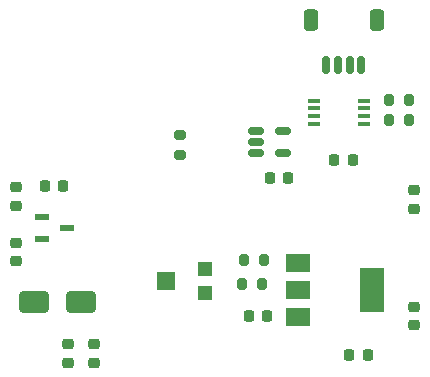
<source format=gbr>
%TF.GenerationSoftware,KiCad,Pcbnew,7.0.2-0*%
%TF.CreationDate,2023-11-21T12:49:43-05:00*%
%TF.ProjectId,WiringHarness,57697269-6e67-4486-9172-6e6573732e6b,rev?*%
%TF.SameCoordinates,Original*%
%TF.FileFunction,Paste,Top*%
%TF.FilePolarity,Positive*%
%FSLAX46Y46*%
G04 Gerber Fmt 4.6, Leading zero omitted, Abs format (unit mm)*
G04 Created by KiCad (PCBNEW 7.0.2-0) date 2023-11-21 12:49:43*
%MOMM*%
%LPD*%
G01*
G04 APERTURE LIST*
G04 Aperture macros list*
%AMRoundRect*
0 Rectangle with rounded corners*
0 $1 Rounding radius*
0 $2 $3 $4 $5 $6 $7 $8 $9 X,Y pos of 4 corners*
0 Add a 4 corners polygon primitive as box body*
4,1,4,$2,$3,$4,$5,$6,$7,$8,$9,$2,$3,0*
0 Add four circle primitives for the rounded corners*
1,1,$1+$1,$2,$3*
1,1,$1+$1,$4,$5*
1,1,$1+$1,$6,$7*
1,1,$1+$1,$8,$9*
0 Add four rect primitives between the rounded corners*
20,1,$1+$1,$2,$3,$4,$5,0*
20,1,$1+$1,$4,$5,$6,$7,0*
20,1,$1+$1,$6,$7,$8,$9,0*
20,1,$1+$1,$8,$9,$2,$3,0*%
G04 Aperture macros list end*
%ADD10RoundRect,0.200000X0.200000X0.275000X-0.200000X0.275000X-0.200000X-0.275000X0.200000X-0.275000X0*%
%ADD11RoundRect,0.200000X0.275000X-0.200000X0.275000X0.200000X-0.275000X0.200000X-0.275000X-0.200000X0*%
%ADD12RoundRect,0.150000X0.150000X0.625000X-0.150000X0.625000X-0.150000X-0.625000X0.150000X-0.625000X0*%
%ADD13RoundRect,0.250000X0.350000X0.650000X-0.350000X0.650000X-0.350000X-0.650000X0.350000X-0.650000X0*%
%ADD14R,1.200000X1.200000*%
%ADD15R,1.500000X1.600000*%
%ADD16RoundRect,0.225000X-0.225000X-0.250000X0.225000X-0.250000X0.225000X0.250000X-0.225000X0.250000X0*%
%ADD17RoundRect,0.225000X-0.250000X0.225000X-0.250000X-0.225000X0.250000X-0.225000X0.250000X0.225000X0*%
%ADD18RoundRect,0.225000X0.250000X-0.225000X0.250000X0.225000X-0.250000X0.225000X-0.250000X-0.225000X0*%
%ADD19RoundRect,0.088500X-0.531500X-0.206500X0.531500X-0.206500X0.531500X0.206500X-0.531500X0.206500X0*%
%ADD20RoundRect,0.088500X0.531500X0.206500X-0.531500X0.206500X-0.531500X-0.206500X0.531500X-0.206500X0*%
%ADD21RoundRect,0.225000X0.225000X0.250000X-0.225000X0.250000X-0.225000X-0.250000X0.225000X-0.250000X0*%
%ADD22RoundRect,0.250000X1.000000X0.650000X-1.000000X0.650000X-1.000000X-0.650000X1.000000X-0.650000X0*%
%ADD23R,1.100000X0.400000*%
%ADD24R,2.000000X1.500000*%
%ADD25R,2.000000X3.800000*%
%ADD26RoundRect,0.150000X-0.512500X-0.150000X0.512500X-0.150000X0.512500X0.150000X-0.512500X0.150000X0*%
G04 APERTURE END LIST*
D10*
%TO.C,R4*%
X162250000Y-97250000D03*
X160600000Y-97250000D03*
%TD*%
%TO.C,R3*%
X162075000Y-99250000D03*
X160425000Y-99250000D03*
%TD*%
D11*
%TO.C,R6*%
X155150000Y-88325000D03*
X155150000Y-86675000D03*
%TD*%
D12*
%TO.C,J6*%
X170500000Y-80750000D03*
X169500000Y-80750000D03*
X168500000Y-80750000D03*
X167500000Y-80750000D03*
D13*
X171800000Y-76875000D03*
X166200000Y-76875000D03*
%TD*%
D14*
%TO.C,R5*%
X157250000Y-100000000D03*
D15*
X154000000Y-99000000D03*
D14*
X157250000Y-98000000D03*
%TD*%
D16*
%TO.C,C6*%
X168225000Y-88750000D03*
X169775000Y-88750000D03*
%TD*%
D17*
%TO.C,C2*%
X147900000Y-104375000D03*
X147900000Y-105925000D03*
%TD*%
D18*
%TO.C,C9*%
X141250000Y-92625000D03*
X141250000Y-91075000D03*
%TD*%
D19*
%TO.C,VR1*%
X143445000Y-93550000D03*
X143445000Y-95450000D03*
D20*
X145555000Y-94500000D03*
%TD*%
D10*
%TO.C,R2*%
X174500000Y-83700000D03*
X172850000Y-83700000D03*
%TD*%
D21*
%TO.C,C1*%
X162525000Y-102000000D03*
X160975000Y-102000000D03*
%TD*%
D10*
%TO.C,R1*%
X174500000Y-85350000D03*
X172850000Y-85350000D03*
%TD*%
D17*
%TO.C,C11*%
X175000000Y-91325000D03*
X175000000Y-92875000D03*
%TD*%
%TO.C,C3*%
X145650000Y-104375000D03*
X145650000Y-105925000D03*
%TD*%
D16*
%TO.C,C7*%
X143725000Y-91000000D03*
X145275000Y-91000000D03*
%TD*%
D17*
%TO.C,C12*%
X175000000Y-101225000D03*
X175000000Y-102775000D03*
%TD*%
D22*
%TO.C,D1*%
X146750000Y-100750000D03*
X142750000Y-100750000D03*
%TD*%
D23*
%TO.C,U1*%
X170750000Y-85700000D03*
X170750000Y-85050000D03*
X170750000Y-84400000D03*
X170750000Y-83750000D03*
X166450000Y-83750000D03*
X166450000Y-84400000D03*
X166450000Y-85050000D03*
X166450000Y-85700000D03*
%TD*%
D24*
%TO.C,U3*%
X165100000Y-97450000D03*
X165100000Y-99750000D03*
D25*
X171400000Y-99750000D03*
D24*
X165100000Y-102050000D03*
%TD*%
D21*
%TO.C,C4*%
X171025000Y-105250000D03*
X169475000Y-105250000D03*
%TD*%
D26*
%TO.C,U2*%
X161612500Y-86300000D03*
X161612500Y-87250000D03*
X161612500Y-88200000D03*
X163887500Y-88200000D03*
X163887500Y-86300000D03*
%TD*%
D17*
%TO.C,C8*%
X141250000Y-95775000D03*
X141250000Y-97325000D03*
%TD*%
D16*
%TO.C,C5*%
X162750000Y-90250000D03*
X164300000Y-90250000D03*
%TD*%
M02*

</source>
